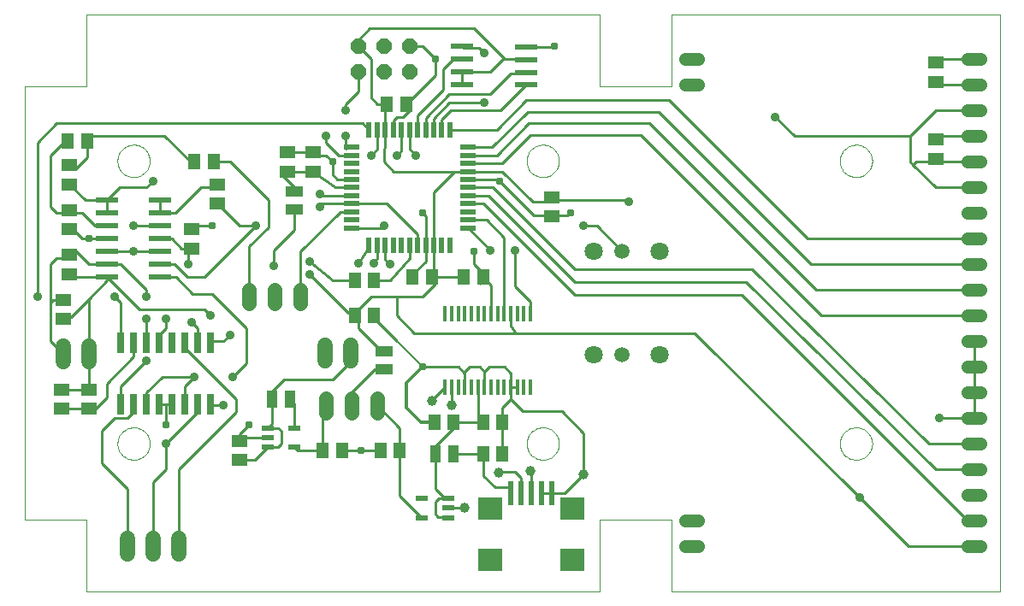
<source format=gtl>
G75*
%MOIN*%
%OFA0B0*%
%FSLAX24Y24*%
%IPPOS*%
%LPD*%
%AMOC8*
5,1,8,0,0,1.08239X$1,22.5*
%
%ADD10C,0.0010*%
%ADD11C,0.0000*%
%ADD12R,0.0217X0.0610*%
%ADD13R,0.0610X0.0217*%
%ADD14R,0.0512X0.0591*%
%ADD15R,0.0591X0.0512*%
%ADD16R,0.0701X0.0402*%
%ADD17OC8,0.0600*%
%ADD18R,0.0866X0.0236*%
%ADD19R,0.0260X0.0800*%
%ADD20R,0.0157X0.0591*%
%ADD21C,0.0515*%
%ADD22C,0.0594*%
%ADD23C,0.0709*%
%ADD24R,0.0472X0.0217*%
%ADD25C,0.0600*%
%ADD26R,0.0402X0.0701*%
%ADD27C,0.0560*%
%ADD28R,0.0866X0.0197*%
%ADD29R,0.0196X0.0980*%
%ADD30R,0.0980X0.0870*%
%ADD31C,0.0100*%
%ADD32C,0.0070*%
%ADD33C,0.0310*%
%ADD34C,0.0120*%
%ADD35C,0.0396*%
%ADD36C,0.0360*%
D10*
X002505Y000185D02*
X002505Y002985D01*
X000105Y002985D01*
X000105Y019885D01*
X002505Y019885D01*
X002505Y022685D01*
X022505Y022685D01*
X022505Y019885D01*
X025305Y019885D01*
X025305Y022685D01*
X038105Y022685D01*
X038105Y000185D01*
X025305Y000185D01*
X025305Y002985D01*
X022505Y002985D01*
X022505Y000185D01*
X002505Y000185D01*
D11*
X003725Y005950D02*
X003727Y006000D01*
X003733Y006050D01*
X003743Y006099D01*
X003757Y006147D01*
X003774Y006194D01*
X003795Y006239D01*
X003820Y006283D01*
X003848Y006324D01*
X003880Y006363D01*
X003914Y006400D01*
X003951Y006434D01*
X003991Y006464D01*
X004033Y006491D01*
X004077Y006515D01*
X004123Y006536D01*
X004170Y006552D01*
X004218Y006565D01*
X004268Y006574D01*
X004317Y006579D01*
X004368Y006580D01*
X004418Y006577D01*
X004467Y006570D01*
X004516Y006559D01*
X004564Y006544D01*
X004610Y006526D01*
X004655Y006504D01*
X004698Y006478D01*
X004739Y006449D01*
X004778Y006417D01*
X004814Y006382D01*
X004846Y006344D01*
X004876Y006304D01*
X004903Y006261D01*
X004926Y006217D01*
X004945Y006171D01*
X004961Y006123D01*
X004973Y006074D01*
X004981Y006025D01*
X004985Y005975D01*
X004985Y005925D01*
X004981Y005875D01*
X004973Y005826D01*
X004961Y005777D01*
X004945Y005729D01*
X004926Y005683D01*
X004903Y005639D01*
X004876Y005596D01*
X004846Y005556D01*
X004814Y005518D01*
X004778Y005483D01*
X004739Y005451D01*
X004698Y005422D01*
X004655Y005396D01*
X004610Y005374D01*
X004564Y005356D01*
X004516Y005341D01*
X004467Y005330D01*
X004418Y005323D01*
X004368Y005320D01*
X004317Y005321D01*
X004268Y005326D01*
X004218Y005335D01*
X004170Y005348D01*
X004123Y005364D01*
X004077Y005385D01*
X004033Y005409D01*
X003991Y005436D01*
X003951Y005466D01*
X003914Y005500D01*
X003880Y005537D01*
X003848Y005576D01*
X003820Y005617D01*
X003795Y005661D01*
X003774Y005706D01*
X003757Y005753D01*
X003743Y005801D01*
X003733Y005850D01*
X003727Y005900D01*
X003725Y005950D01*
X019670Y005950D02*
X019672Y006000D01*
X019678Y006050D01*
X019688Y006099D01*
X019702Y006147D01*
X019719Y006194D01*
X019740Y006239D01*
X019765Y006283D01*
X019793Y006324D01*
X019825Y006363D01*
X019859Y006400D01*
X019896Y006434D01*
X019936Y006464D01*
X019978Y006491D01*
X020022Y006515D01*
X020068Y006536D01*
X020115Y006552D01*
X020163Y006565D01*
X020213Y006574D01*
X020262Y006579D01*
X020313Y006580D01*
X020363Y006577D01*
X020412Y006570D01*
X020461Y006559D01*
X020509Y006544D01*
X020555Y006526D01*
X020600Y006504D01*
X020643Y006478D01*
X020684Y006449D01*
X020723Y006417D01*
X020759Y006382D01*
X020791Y006344D01*
X020821Y006304D01*
X020848Y006261D01*
X020871Y006217D01*
X020890Y006171D01*
X020906Y006123D01*
X020918Y006074D01*
X020926Y006025D01*
X020930Y005975D01*
X020930Y005925D01*
X020926Y005875D01*
X020918Y005826D01*
X020906Y005777D01*
X020890Y005729D01*
X020871Y005683D01*
X020848Y005639D01*
X020821Y005596D01*
X020791Y005556D01*
X020759Y005518D01*
X020723Y005483D01*
X020684Y005451D01*
X020643Y005422D01*
X020600Y005396D01*
X020555Y005374D01*
X020509Y005356D01*
X020461Y005341D01*
X020412Y005330D01*
X020363Y005323D01*
X020313Y005320D01*
X020262Y005321D01*
X020213Y005326D01*
X020163Y005335D01*
X020115Y005348D01*
X020068Y005364D01*
X020022Y005385D01*
X019978Y005409D01*
X019936Y005436D01*
X019896Y005466D01*
X019859Y005500D01*
X019825Y005537D01*
X019793Y005576D01*
X019765Y005617D01*
X019740Y005661D01*
X019719Y005706D01*
X019702Y005753D01*
X019688Y005801D01*
X019678Y005850D01*
X019672Y005900D01*
X019670Y005950D01*
X031875Y005950D02*
X031877Y006000D01*
X031883Y006050D01*
X031893Y006099D01*
X031907Y006147D01*
X031924Y006194D01*
X031945Y006239D01*
X031970Y006283D01*
X031998Y006324D01*
X032030Y006363D01*
X032064Y006400D01*
X032101Y006434D01*
X032141Y006464D01*
X032183Y006491D01*
X032227Y006515D01*
X032273Y006536D01*
X032320Y006552D01*
X032368Y006565D01*
X032418Y006574D01*
X032467Y006579D01*
X032518Y006580D01*
X032568Y006577D01*
X032617Y006570D01*
X032666Y006559D01*
X032714Y006544D01*
X032760Y006526D01*
X032805Y006504D01*
X032848Y006478D01*
X032889Y006449D01*
X032928Y006417D01*
X032964Y006382D01*
X032996Y006344D01*
X033026Y006304D01*
X033053Y006261D01*
X033076Y006217D01*
X033095Y006171D01*
X033111Y006123D01*
X033123Y006074D01*
X033131Y006025D01*
X033135Y005975D01*
X033135Y005925D01*
X033131Y005875D01*
X033123Y005826D01*
X033111Y005777D01*
X033095Y005729D01*
X033076Y005683D01*
X033053Y005639D01*
X033026Y005596D01*
X032996Y005556D01*
X032964Y005518D01*
X032928Y005483D01*
X032889Y005451D01*
X032848Y005422D01*
X032805Y005396D01*
X032760Y005374D01*
X032714Y005356D01*
X032666Y005341D01*
X032617Y005330D01*
X032568Y005323D01*
X032518Y005320D01*
X032467Y005321D01*
X032418Y005326D01*
X032368Y005335D01*
X032320Y005348D01*
X032273Y005364D01*
X032227Y005385D01*
X032183Y005409D01*
X032141Y005436D01*
X032101Y005466D01*
X032064Y005500D01*
X032030Y005537D01*
X031998Y005576D01*
X031970Y005617D01*
X031945Y005661D01*
X031924Y005706D01*
X031907Y005753D01*
X031893Y005801D01*
X031883Y005850D01*
X031877Y005900D01*
X031875Y005950D01*
X031875Y016974D02*
X031877Y017024D01*
X031883Y017074D01*
X031893Y017123D01*
X031907Y017171D01*
X031924Y017218D01*
X031945Y017263D01*
X031970Y017307D01*
X031998Y017348D01*
X032030Y017387D01*
X032064Y017424D01*
X032101Y017458D01*
X032141Y017488D01*
X032183Y017515D01*
X032227Y017539D01*
X032273Y017560D01*
X032320Y017576D01*
X032368Y017589D01*
X032418Y017598D01*
X032467Y017603D01*
X032518Y017604D01*
X032568Y017601D01*
X032617Y017594D01*
X032666Y017583D01*
X032714Y017568D01*
X032760Y017550D01*
X032805Y017528D01*
X032848Y017502D01*
X032889Y017473D01*
X032928Y017441D01*
X032964Y017406D01*
X032996Y017368D01*
X033026Y017328D01*
X033053Y017285D01*
X033076Y017241D01*
X033095Y017195D01*
X033111Y017147D01*
X033123Y017098D01*
X033131Y017049D01*
X033135Y016999D01*
X033135Y016949D01*
X033131Y016899D01*
X033123Y016850D01*
X033111Y016801D01*
X033095Y016753D01*
X033076Y016707D01*
X033053Y016663D01*
X033026Y016620D01*
X032996Y016580D01*
X032964Y016542D01*
X032928Y016507D01*
X032889Y016475D01*
X032848Y016446D01*
X032805Y016420D01*
X032760Y016398D01*
X032714Y016380D01*
X032666Y016365D01*
X032617Y016354D01*
X032568Y016347D01*
X032518Y016344D01*
X032467Y016345D01*
X032418Y016350D01*
X032368Y016359D01*
X032320Y016372D01*
X032273Y016388D01*
X032227Y016409D01*
X032183Y016433D01*
X032141Y016460D01*
X032101Y016490D01*
X032064Y016524D01*
X032030Y016561D01*
X031998Y016600D01*
X031970Y016641D01*
X031945Y016685D01*
X031924Y016730D01*
X031907Y016777D01*
X031893Y016825D01*
X031883Y016874D01*
X031877Y016924D01*
X031875Y016974D01*
X019670Y016974D02*
X019672Y017024D01*
X019678Y017074D01*
X019688Y017123D01*
X019702Y017171D01*
X019719Y017218D01*
X019740Y017263D01*
X019765Y017307D01*
X019793Y017348D01*
X019825Y017387D01*
X019859Y017424D01*
X019896Y017458D01*
X019936Y017488D01*
X019978Y017515D01*
X020022Y017539D01*
X020068Y017560D01*
X020115Y017576D01*
X020163Y017589D01*
X020213Y017598D01*
X020262Y017603D01*
X020313Y017604D01*
X020363Y017601D01*
X020412Y017594D01*
X020461Y017583D01*
X020509Y017568D01*
X020555Y017550D01*
X020600Y017528D01*
X020643Y017502D01*
X020684Y017473D01*
X020723Y017441D01*
X020759Y017406D01*
X020791Y017368D01*
X020821Y017328D01*
X020848Y017285D01*
X020871Y017241D01*
X020890Y017195D01*
X020906Y017147D01*
X020918Y017098D01*
X020926Y017049D01*
X020930Y016999D01*
X020930Y016949D01*
X020926Y016899D01*
X020918Y016850D01*
X020906Y016801D01*
X020890Y016753D01*
X020871Y016707D01*
X020848Y016663D01*
X020821Y016620D01*
X020791Y016580D01*
X020759Y016542D01*
X020723Y016507D01*
X020684Y016475D01*
X020643Y016446D01*
X020600Y016420D01*
X020555Y016398D01*
X020509Y016380D01*
X020461Y016365D01*
X020412Y016354D01*
X020363Y016347D01*
X020313Y016344D01*
X020262Y016345D01*
X020213Y016350D01*
X020163Y016359D01*
X020115Y016372D01*
X020068Y016388D01*
X020022Y016409D01*
X019978Y016433D01*
X019936Y016460D01*
X019896Y016490D01*
X019859Y016524D01*
X019825Y016561D01*
X019793Y016600D01*
X019765Y016641D01*
X019740Y016685D01*
X019719Y016730D01*
X019702Y016777D01*
X019688Y016825D01*
X019678Y016874D01*
X019672Y016924D01*
X019670Y016974D01*
X003725Y016974D02*
X003727Y017024D01*
X003733Y017074D01*
X003743Y017123D01*
X003757Y017171D01*
X003774Y017218D01*
X003795Y017263D01*
X003820Y017307D01*
X003848Y017348D01*
X003880Y017387D01*
X003914Y017424D01*
X003951Y017458D01*
X003991Y017488D01*
X004033Y017515D01*
X004077Y017539D01*
X004123Y017560D01*
X004170Y017576D01*
X004218Y017589D01*
X004268Y017598D01*
X004317Y017603D01*
X004368Y017604D01*
X004418Y017601D01*
X004467Y017594D01*
X004516Y017583D01*
X004564Y017568D01*
X004610Y017550D01*
X004655Y017528D01*
X004698Y017502D01*
X004739Y017473D01*
X004778Y017441D01*
X004814Y017406D01*
X004846Y017368D01*
X004876Y017328D01*
X004903Y017285D01*
X004926Y017241D01*
X004945Y017195D01*
X004961Y017147D01*
X004973Y017098D01*
X004981Y017049D01*
X004985Y016999D01*
X004985Y016949D01*
X004981Y016899D01*
X004973Y016850D01*
X004961Y016801D01*
X004945Y016753D01*
X004926Y016707D01*
X004903Y016663D01*
X004876Y016620D01*
X004846Y016580D01*
X004814Y016542D01*
X004778Y016507D01*
X004739Y016475D01*
X004698Y016446D01*
X004655Y016420D01*
X004610Y016398D01*
X004564Y016380D01*
X004516Y016365D01*
X004467Y016354D01*
X004418Y016347D01*
X004368Y016344D01*
X004317Y016345D01*
X004268Y016350D01*
X004218Y016359D01*
X004170Y016372D01*
X004123Y016388D01*
X004077Y016409D01*
X004033Y016433D01*
X003991Y016460D01*
X003951Y016490D01*
X003914Y016524D01*
X003880Y016561D01*
X003848Y016600D01*
X003820Y016641D01*
X003795Y016685D01*
X003774Y016730D01*
X003757Y016777D01*
X003743Y016825D01*
X003733Y016874D01*
X003727Y016924D01*
X003725Y016974D01*
D12*
X013530Y018199D03*
X013845Y018199D03*
X014160Y018199D03*
X014475Y018199D03*
X014790Y018199D03*
X015105Y018199D03*
X015420Y018199D03*
X015735Y018199D03*
X016050Y018199D03*
X016365Y018199D03*
X016680Y018199D03*
X016680Y013671D03*
X016365Y013671D03*
X016050Y013671D03*
X015735Y013671D03*
X015420Y013671D03*
X015105Y013671D03*
X014790Y013671D03*
X014475Y013671D03*
X014160Y013671D03*
X013845Y013671D03*
X013530Y013671D03*
D13*
X012841Y014360D03*
X012841Y014675D03*
X012841Y014990D03*
X012841Y015305D03*
X012841Y015620D03*
X012841Y015935D03*
X012841Y016250D03*
X012841Y016565D03*
X012841Y016880D03*
X012841Y017195D03*
X012841Y017510D03*
X017369Y017510D03*
X017369Y017195D03*
X017369Y016880D03*
X017369Y016565D03*
X017369Y016250D03*
X017369Y015935D03*
X017369Y015620D03*
X017369Y015305D03*
X017369Y014990D03*
X017369Y014675D03*
X017369Y014360D03*
D14*
X017231Y012435D03*
X017979Y012435D03*
X015979Y012435D03*
X015231Y012435D03*
X013729Y012310D03*
X012981Y012310D03*
X012981Y010935D03*
X013729Y010935D03*
X016081Y006785D03*
X016829Y006785D03*
X017981Y006785D03*
X018729Y006785D03*
X018729Y005535D03*
X017981Y005535D03*
X014729Y005685D03*
X013981Y005685D03*
X012479Y005685D03*
X011731Y005685D03*
X007479Y016935D03*
X006731Y016935D03*
X002537Y017757D03*
X001789Y017757D03*
X014231Y019185D03*
X014979Y019185D03*
D15*
X011355Y017309D03*
X010355Y017309D03*
X010355Y016561D03*
X011355Y016561D03*
X007605Y016059D03*
X007605Y015311D03*
X006605Y014309D03*
X006605Y013561D03*
X001855Y013309D03*
X001855Y012561D03*
X001605Y011559D03*
X001605Y010811D03*
X001555Y008059D03*
X002605Y008059D03*
X002605Y007311D03*
X001555Y007311D03*
X008480Y006059D03*
X008480Y005311D03*
X001855Y014311D03*
X001855Y015059D03*
X001855Y016061D03*
X001855Y016809D03*
X020635Y015549D03*
X020635Y014801D03*
X035605Y017061D03*
X035605Y017809D03*
X035605Y020061D03*
X035605Y020809D03*
D16*
X014105Y009535D03*
X014105Y008835D03*
X010605Y015085D03*
X010605Y015785D03*
D17*
X013105Y020435D03*
X014105Y020435D03*
X015105Y020435D03*
X015105Y021435D03*
X014105Y021435D03*
X013105Y021435D03*
D18*
X005379Y015435D03*
X005379Y014935D03*
X005379Y014435D03*
X005379Y013935D03*
X005379Y013435D03*
X005379Y012935D03*
X005379Y012435D03*
X003331Y012435D03*
X003331Y012935D03*
X003331Y013435D03*
X003331Y013935D03*
X003331Y014435D03*
X003331Y014935D03*
X003331Y015435D03*
D19*
X003855Y009895D03*
X004355Y009895D03*
X004855Y009895D03*
X005355Y009895D03*
X005855Y009895D03*
X006355Y009895D03*
X006855Y009895D03*
X007355Y009895D03*
X007355Y007475D03*
X006855Y007475D03*
X006355Y007475D03*
X005855Y007475D03*
X005355Y007475D03*
X004855Y007475D03*
X004355Y007475D03*
X003855Y007475D03*
D20*
X016492Y008158D03*
X016748Y008158D03*
X017003Y008158D03*
X017259Y008158D03*
X017515Y008158D03*
X017771Y008158D03*
X018027Y008158D03*
X018283Y008158D03*
X018539Y008158D03*
X018795Y008158D03*
X019051Y008158D03*
X019307Y008158D03*
X019562Y008158D03*
X019818Y008158D03*
X019818Y011012D03*
X019562Y011012D03*
X019307Y011012D03*
X019051Y011012D03*
X018795Y011012D03*
X018539Y011012D03*
X018283Y011012D03*
X018027Y011012D03*
X017771Y011012D03*
X017515Y011012D03*
X017259Y011012D03*
X017003Y011012D03*
X016748Y011012D03*
X016492Y011012D03*
D21*
X025848Y002936D02*
X026363Y002936D01*
X026363Y001936D02*
X025848Y001936D01*
X036848Y001936D02*
X037363Y001936D01*
X037363Y002936D02*
X036848Y002936D01*
X036848Y003936D02*
X037363Y003936D01*
X037363Y004936D02*
X036848Y004936D01*
X036848Y005936D02*
X037363Y005936D01*
X037363Y006936D02*
X036848Y006936D01*
X036848Y007936D02*
X037363Y007936D01*
X037363Y008936D02*
X036848Y008936D01*
X036848Y009936D02*
X037363Y009936D01*
X037363Y010936D02*
X036848Y010936D01*
X036848Y011936D02*
X037363Y011936D01*
X037363Y012936D02*
X036848Y012936D01*
X036848Y013936D02*
X037363Y013936D01*
X037363Y014936D02*
X036848Y014936D01*
X036848Y015936D02*
X037363Y015936D01*
X037363Y016936D02*
X036848Y016936D01*
X036848Y017936D02*
X037363Y017936D01*
X037363Y018936D02*
X036848Y018936D01*
X036848Y019936D02*
X037363Y019936D01*
X037363Y020936D02*
X036848Y020936D01*
X026363Y020936D02*
X025848Y020936D01*
X025848Y019936D02*
X026363Y019936D01*
D22*
X023380Y013463D03*
X023380Y009407D03*
D23*
X022278Y009407D03*
X024837Y009407D03*
X024837Y013463D03*
X022278Y013463D03*
D24*
X010617Y006559D03*
X009593Y006559D03*
X009593Y006185D03*
X009593Y005811D03*
X010617Y005811D03*
X015593Y003809D03*
X015593Y003061D03*
X016617Y003061D03*
X016617Y003435D03*
X016617Y003809D03*
D25*
X012831Y009182D02*
X012831Y009782D01*
X011831Y009782D02*
X011831Y009182D01*
X002605Y009135D02*
X002605Y009735D01*
X001605Y009735D02*
X001605Y009135D01*
X004105Y002235D02*
X004105Y001635D01*
X005105Y001635D02*
X005105Y002235D01*
X006105Y002235D02*
X006105Y001635D01*
D26*
X009755Y007685D03*
X010455Y007685D03*
X016105Y005535D03*
X016805Y005535D03*
D27*
X013855Y007155D02*
X013855Y007715D01*
X012855Y007715D02*
X012855Y007155D01*
X011855Y007155D02*
X011855Y007715D01*
X010855Y011405D02*
X010855Y011965D01*
X009855Y011965D02*
X009855Y011405D01*
X008855Y011405D02*
X008855Y011965D01*
D28*
X017163Y019935D03*
X017163Y020435D03*
X017163Y020935D03*
X017163Y021435D03*
X019647Y021431D03*
X019647Y020931D03*
X019647Y020431D03*
X019647Y019935D03*
D29*
X019840Y004025D03*
X019440Y004025D03*
X019040Y004025D03*
X020240Y004025D03*
X020640Y004025D03*
D30*
X021440Y003425D03*
X021440Y001425D03*
X018240Y001425D03*
X018240Y003425D03*
D31*
X019005Y004060D02*
X019040Y004025D01*
X019005Y004060D02*
X019005Y004245D01*
X018995Y004235D01*
X018445Y004235D01*
X017981Y004699D01*
X017981Y005535D01*
X016805Y005535D01*
X016105Y005535D02*
X016105Y005535D01*
X016055Y005585D01*
X016055Y005785D01*
X016829Y006559D01*
X016829Y006785D01*
X017981Y006785D01*
X017771Y006995D01*
X017771Y008158D01*
X018027Y008158D02*
X018027Y008757D01*
X017849Y008935D01*
X017455Y008935D01*
X017259Y008739D01*
X017259Y008158D01*
X017259Y008681D01*
X017005Y008935D01*
X015605Y008935D01*
X016492Y008158D02*
X015995Y007661D01*
X015995Y007615D01*
X016745Y007465D02*
X016745Y008155D01*
X016748Y008158D01*
X018027Y008757D02*
X018205Y008935D01*
X018805Y008935D01*
X019051Y008689D01*
X019051Y008158D01*
X019055Y008154D01*
X019055Y007685D01*
X018729Y007359D01*
X018729Y006785D01*
X018729Y005535D01*
X018595Y004835D02*
X018585Y004825D01*
X018595Y004835D02*
X019215Y004835D01*
X019440Y004610D01*
X019440Y004025D01*
X019840Y004025D02*
X019840Y004860D01*
X019825Y004875D01*
X020240Y004025D02*
X020640Y004025D01*
X021165Y004025D01*
X021895Y004755D01*
X021895Y006365D01*
X021055Y007205D01*
X019525Y007205D01*
X019185Y007545D01*
X019185Y007555D01*
X019055Y007685D01*
X019051Y008158D02*
X019307Y008158D01*
X019255Y010260D02*
X026230Y010260D01*
X032655Y003835D01*
X034555Y001935D01*
X037105Y001935D01*
X037106Y001936D01*
X037106Y002936D02*
X036854Y002936D01*
X028055Y011735D01*
X021555Y011735D01*
X017985Y015305D01*
X017369Y015305D01*
X017369Y015620D02*
X018170Y015620D01*
X021555Y012235D01*
X028205Y012235D01*
X035605Y004935D01*
X037105Y004935D01*
X037106Y004936D01*
X037106Y005936D02*
X035356Y005936D01*
X035355Y005935D01*
X028455Y012735D01*
X021555Y012735D01*
X018355Y015935D01*
X017369Y015935D01*
X017369Y016250D02*
X018540Y016250D01*
X018605Y016185D01*
X019955Y014835D01*
X020301Y014835D01*
X020635Y014801D01*
X020569Y014835D01*
X021255Y014835D01*
X021355Y014935D01*
X021868Y014435D02*
X022408Y014435D01*
X023380Y013463D01*
X023655Y015385D02*
X023655Y015435D01*
X020455Y015435D01*
X020635Y015549D01*
X020399Y015385D01*
X019905Y015385D01*
X018725Y016565D01*
X017369Y016565D01*
X017364Y016560D01*
X016855Y016560D01*
X016050Y015755D01*
X016050Y013671D01*
X016050Y012506D01*
X015979Y012435D01*
X017231Y012435D01*
X017855Y012311D02*
X017855Y012185D01*
X017855Y012311D02*
X017979Y012435D01*
X018283Y012131D01*
X018283Y011012D01*
X018795Y011012D02*
X018795Y013995D01*
X018105Y014685D01*
X017379Y014685D01*
X017369Y014675D01*
X017369Y014360D02*
X017430Y014360D01*
X018255Y013485D01*
X017605Y013435D02*
X017605Y012935D01*
X018105Y012435D01*
X019205Y012085D02*
X019805Y011485D01*
X019805Y011026D01*
X019818Y011012D01*
X019051Y011012D02*
X019051Y010564D01*
X019255Y010260D01*
X015280Y010260D01*
X014605Y010935D01*
X014605Y011685D01*
X015605Y011685D01*
X016105Y012185D01*
X016105Y012309D01*
X015979Y012435D01*
X015355Y012559D02*
X015231Y012435D01*
X015355Y012559D02*
X015355Y012685D01*
X015735Y013065D01*
X015735Y013671D01*
X015735Y014805D01*
X015605Y014935D01*
X015420Y014120D02*
X014230Y015310D01*
X012846Y015310D01*
X012841Y015305D01*
X011725Y015305D01*
X011605Y015185D01*
X011670Y015620D02*
X011605Y015685D01*
X011670Y015620D02*
X012841Y015620D01*
X012841Y015935D02*
X012231Y015935D01*
X011355Y016561D01*
X010355Y016561D01*
X010229Y016435D01*
X010105Y016435D01*
X010605Y015935D01*
X010605Y015785D01*
X009605Y015435D02*
X008105Y016935D01*
X007479Y016935D01*
X006731Y016935D02*
X006575Y016935D01*
X005555Y017955D01*
X002735Y017955D01*
X002537Y017757D01*
X002537Y017117D01*
X002105Y016685D01*
X001979Y016685D01*
X001855Y016809D01*
X001105Y017185D02*
X001605Y017685D01*
X001789Y017757D01*
X001105Y017185D02*
X001105Y015185D01*
X001355Y014935D01*
X001855Y014935D01*
X001855Y015059D01*
X001979Y014935D01*
X002355Y014935D01*
X002855Y014435D01*
X003331Y014435D01*
X003331Y013935D02*
X002605Y013935D01*
X002355Y013935D01*
X002105Y014185D01*
X001981Y014185D01*
X001855Y014311D01*
X001729Y013435D02*
X001855Y013309D01*
X001605Y013435D01*
X001605Y013185D01*
X001355Y013185D01*
X001105Y012935D01*
X001105Y011435D01*
X001105Y009935D01*
X001605Y009435D01*
X002605Y009435D02*
X002605Y011585D01*
X001905Y010885D01*
X001679Y010885D01*
X001605Y010811D01*
X001605Y011559D02*
X001229Y011559D01*
X001105Y011435D01*
X000605Y011685D02*
X000605Y017685D01*
X001355Y018435D01*
X013294Y018435D01*
X013530Y018199D01*
X013845Y018199D02*
X013845Y017445D01*
X013605Y017185D01*
X014105Y016935D02*
X014480Y016560D01*
X016855Y016560D01*
X017369Y016880D02*
X018700Y016880D01*
X019805Y017985D01*
X024105Y017985D01*
X031155Y010935D01*
X037105Y010935D01*
X037106Y010936D01*
X037106Y009936D02*
X037106Y008936D01*
X037106Y007936D01*
X037106Y006936D01*
X035756Y006936D01*
X035755Y006935D01*
X037105Y011935D02*
X030955Y011935D01*
X024455Y018435D01*
X019755Y018435D01*
X018515Y017195D01*
X017369Y017195D01*
X017369Y017510D02*
X018330Y017510D01*
X019705Y018885D01*
X024805Y018885D01*
X030755Y012935D01*
X037105Y012935D01*
X037106Y012936D01*
X037106Y011936D02*
X037105Y011935D01*
X037105Y013935D02*
X037106Y013936D01*
X037105Y013935D02*
X030605Y013935D01*
X025205Y019335D01*
X019655Y019335D01*
X018519Y018199D01*
X016680Y018199D01*
X016365Y018199D02*
X016365Y018595D01*
X016705Y018935D01*
X018647Y018935D01*
X019647Y019935D01*
X019601Y020385D02*
X019055Y020385D01*
X018255Y019585D01*
X016655Y019585D01*
X015735Y018665D01*
X015735Y018199D01*
X015735Y017905D01*
X016050Y018199D02*
X016050Y018630D01*
X016655Y019235D01*
X018005Y019235D01*
X017163Y019935D02*
X017163Y020435D01*
X018255Y020435D01*
X018755Y020935D01*
X018805Y020935D01*
X017605Y022135D01*
X013555Y022135D01*
X013105Y021685D01*
X013105Y021435D01*
X013605Y020935D01*
X013605Y019435D01*
X013855Y019185D01*
X014231Y019185D01*
X014160Y019114D01*
X014160Y018199D01*
X014160Y017490D01*
X014105Y017435D01*
X014105Y016935D01*
X014605Y017185D02*
X014790Y017370D01*
X014790Y018199D01*
X014475Y018199D02*
X014475Y018555D01*
X014605Y018685D01*
X014855Y018685D01*
X015105Y018935D01*
X015105Y019059D01*
X014979Y019185D01*
X016105Y020311D01*
X016105Y020935D01*
X015605Y021435D01*
X015105Y021435D01*
X016405Y020535D02*
X016805Y020935D01*
X017163Y020935D01*
X017213Y021385D02*
X017163Y021435D01*
X017213Y021385D02*
X017805Y021385D01*
X018005Y021185D01*
X018805Y020935D02*
X019643Y020935D01*
X019647Y020931D01*
X019647Y020431D02*
X019601Y020385D01*
X019647Y021431D02*
X020751Y021431D01*
X020755Y021435D01*
X016405Y020535D02*
X016405Y019735D01*
X015420Y018750D01*
X015420Y018199D01*
X015105Y018199D02*
X015105Y017435D01*
X015355Y017185D01*
X012841Y017195D02*
X012605Y017185D01*
X012355Y017185D01*
X011855Y017685D01*
X011855Y017935D01*
X012605Y017935D02*
X012605Y017435D01*
X012841Y017510D01*
X012105Y016935D02*
X011855Y017185D01*
X011479Y017185D01*
X011355Y017309D01*
X010355Y017309D01*
X012105Y016935D02*
X012105Y016435D01*
X012290Y016250D01*
X012841Y016250D01*
X012841Y014990D02*
X012410Y014990D01*
X010855Y013435D01*
X010855Y011685D01*
X012105Y012310D02*
X011230Y013060D01*
X011230Y012560D02*
X012729Y011061D01*
X012855Y011061D01*
X012981Y010935D01*
X013105Y010811D01*
X013105Y010435D01*
X014005Y009535D01*
X014105Y009535D01*
X014605Y009935D02*
X013605Y010935D01*
X013105Y010811D02*
X013105Y011185D01*
X013605Y011685D01*
X014605Y011685D01*
X014355Y012310D02*
X013729Y012310D01*
X014355Y012310D02*
X015105Y013185D01*
X015105Y013671D01*
X015420Y013671D02*
X015420Y014120D01*
X014160Y013671D02*
X014160Y013130D01*
X014355Y012935D01*
X013845Y013175D02*
X013705Y012972D01*
X013845Y013175D02*
X013845Y013671D01*
X013530Y013671D02*
X013530Y013610D01*
X013105Y012998D01*
X012981Y012310D02*
X012105Y012310D01*
X009830Y012860D02*
X009805Y012885D01*
X009805Y013485D01*
X010605Y014285D01*
X010605Y015085D01*
X009605Y015435D02*
X009605Y014385D01*
X008855Y013635D01*
X008855Y011685D01*
X008755Y010435D02*
X007405Y011785D01*
X006655Y011785D01*
X006005Y012435D01*
X005379Y012435D01*
X005379Y012935D02*
X005955Y012935D01*
X006455Y012435D01*
X007105Y012435D01*
X009105Y014435D01*
X008481Y014435D01*
X007605Y015311D01*
X007481Y015935D02*
X006980Y015935D01*
X005980Y014935D01*
X005379Y014935D01*
X005379Y015435D01*
X004855Y015935D02*
X003831Y015935D01*
X003331Y015435D01*
X003331Y014935D01*
X003331Y015435D02*
X002481Y015435D01*
X001855Y016061D01*
X004355Y014435D02*
X005379Y014435D01*
X005379Y013935D02*
X005855Y013935D01*
X006229Y013561D01*
X006605Y013561D01*
X006480Y013436D01*
X006480Y012935D01*
X005379Y013435D02*
X004355Y013435D01*
X003331Y013435D01*
X003331Y012935D02*
X002605Y012935D01*
X002105Y013435D01*
X001981Y013435D01*
X001855Y013309D01*
X001729Y013435D02*
X001605Y013435D01*
X001855Y012561D02*
X001981Y012435D01*
X003331Y012435D01*
X003331Y012311D01*
X002605Y011585D01*
X003605Y011685D02*
X003855Y011435D01*
X003855Y009895D01*
X004355Y009895D02*
X004355Y009335D01*
X003305Y008285D01*
X003305Y007735D01*
X002881Y007311D01*
X002605Y007311D01*
X001555Y007311D01*
X001555Y008059D02*
X002605Y008059D01*
X002605Y009435D01*
X003855Y008185D02*
X003855Y007475D01*
X004355Y007475D02*
X004355Y007185D01*
X004105Y006935D01*
X003605Y006935D01*
X003105Y006435D01*
X003105Y005185D01*
X004105Y004185D01*
X004105Y001935D01*
X005105Y001935D02*
X005105Y004435D01*
X005605Y004935D01*
X005605Y005935D01*
X006855Y007185D01*
X006855Y007475D01*
X006355Y007475D02*
X006355Y008185D01*
X006730Y008560D01*
X005480Y008560D01*
X004855Y007935D01*
X004855Y007475D01*
X005355Y007475D02*
X005605Y007475D01*
X005605Y006685D01*
X005605Y007475D02*
X005855Y007475D01*
X007355Y007475D02*
X007355Y007435D01*
X007855Y007435D01*
X008355Y007185D02*
X006105Y004935D01*
X006105Y001935D01*
X008480Y005311D02*
X009093Y005311D01*
X009593Y005811D01*
X009981Y005811D01*
X010105Y005935D01*
X010105Y006435D01*
X009981Y006559D01*
X009593Y006559D01*
X009755Y006720D01*
X009755Y007685D01*
X009730Y007710D01*
X009730Y007935D01*
X010230Y008435D01*
X012105Y008435D01*
X012831Y009161D01*
X012831Y009482D01*
X013755Y008835D02*
X012855Y007935D01*
X012855Y007435D01*
X011855Y007435D02*
X011731Y007311D01*
X011731Y005685D01*
X010743Y005685D01*
X010617Y005811D01*
X010619Y005809D01*
X009593Y006185D02*
X008606Y006185D01*
X008480Y006059D01*
X008480Y006310D01*
X008855Y006685D01*
X008355Y007185D02*
X008355Y007685D01*
X006355Y009685D01*
X006355Y009895D01*
X006855Y009895D02*
X006855Y010435D01*
X006605Y010685D01*
X007105Y011185D02*
X007355Y010935D01*
X007105Y011185D02*
X004581Y011185D01*
X003331Y012435D01*
X003331Y012935D02*
X003855Y012935D01*
X004855Y011935D01*
X004855Y011685D01*
X004855Y010810D02*
X004855Y009895D01*
X005355Y009895D02*
X005355Y010185D01*
X005605Y010435D01*
X005605Y010810D01*
X007355Y009935D02*
X007355Y009895D01*
X007355Y009935D02*
X007855Y009935D01*
X008105Y010185D01*
X008755Y010435D02*
X008755Y009085D01*
X008230Y008560D01*
X008231Y008561D01*
X010455Y007685D02*
X010617Y007524D01*
X010617Y006559D01*
X012479Y005685D02*
X013230Y005685D01*
X013981Y005685D01*
X014729Y005685D02*
X014729Y003925D01*
X015593Y003061D01*
X016125Y003195D02*
X016145Y003175D01*
X016145Y003155D01*
X016205Y003095D01*
X016583Y003095D01*
X016617Y003061D01*
X016655Y003085D01*
X016125Y003195D02*
X016125Y003675D01*
X016259Y003809D01*
X016617Y003809D01*
X016481Y003809D01*
X016105Y004185D01*
X016105Y005535D01*
X014729Y005685D02*
X014729Y006561D01*
X013855Y007435D01*
X013755Y008835D02*
X014105Y008835D01*
X019205Y012085D02*
X019205Y013485D01*
X014105Y014435D02*
X014030Y014360D01*
X012841Y014360D01*
X007418Y014435D02*
X006605Y014435D01*
X007481Y015935D02*
X007605Y016059D01*
X006731Y016935D02*
X006605Y016935D01*
X005105Y016185D02*
X004855Y015935D01*
X012605Y018935D02*
X012605Y019185D01*
X013105Y019685D01*
X013105Y020435D01*
X029355Y018685D02*
X030105Y017935D01*
X034605Y017935D01*
X034605Y016935D01*
X034730Y016810D01*
X034856Y016936D01*
X037106Y016936D01*
X035730Y016936D01*
X035605Y017061D01*
X034730Y016810D02*
X035605Y015935D01*
X037105Y015935D01*
X037106Y015936D01*
X037106Y017936D02*
X035732Y017936D01*
X035605Y017809D01*
X034605Y017935D02*
X035606Y018936D01*
X037106Y018936D01*
X037106Y019936D02*
X035730Y019936D01*
X035605Y020061D01*
X035605Y020809D02*
X035732Y020936D01*
X037106Y020936D01*
X017235Y003435D02*
X016617Y003435D01*
X004855Y009185D02*
X003855Y008185D01*
D32*
X013605Y010935D02*
X013729Y010935D01*
X014605Y009935D02*
X015605Y008935D01*
X017979Y012435D02*
X018105Y012435D01*
X006605Y014309D02*
X006605Y014435D01*
X037106Y001936D02*
X037105Y001935D01*
D33*
X017605Y013435D03*
X015605Y014935D03*
X018605Y016185D03*
X021380Y014935D03*
X012105Y016935D03*
X007418Y014435D03*
X002605Y013935D03*
X005605Y006685D03*
X008855Y006685D03*
X013230Y005685D03*
X015605Y008935D03*
X016105Y020935D03*
X020755Y021435D03*
D34*
X015605Y008935D02*
X014975Y008305D01*
X014975Y007345D01*
X015535Y006785D01*
X016081Y006785D01*
X020235Y004030D02*
X020240Y004025D01*
D35*
X019825Y004875D03*
X018585Y004825D03*
X017235Y003435D03*
X021895Y004755D03*
X016745Y007465D03*
X015995Y007615D03*
D36*
X008230Y008560D03*
X006730Y008560D03*
X007855Y007435D03*
X005605Y005935D03*
X004855Y009185D03*
X006605Y010685D03*
X007355Y010935D03*
X008105Y010185D03*
X005605Y010810D03*
X004855Y010810D03*
X004855Y011685D03*
X003605Y011685D03*
X004355Y013435D03*
X004355Y014435D03*
X006480Y012935D03*
X009105Y014435D03*
X011230Y013060D03*
X011230Y012560D03*
X009805Y012885D03*
X013105Y012998D03*
X013705Y012972D03*
X014355Y012935D03*
X014105Y014435D03*
X011605Y015185D03*
X011605Y015685D03*
X013605Y017185D03*
X014605Y017185D03*
X015355Y017185D03*
X012605Y017935D03*
X011855Y017935D03*
X012605Y018935D03*
X018005Y019235D03*
X018005Y021185D03*
X023655Y015385D03*
X021868Y014435D03*
X019205Y013485D03*
X018255Y013485D03*
X029355Y018685D03*
X035755Y006935D03*
X032655Y003835D03*
X005105Y016185D03*
X000605Y011685D03*
M02*

</source>
